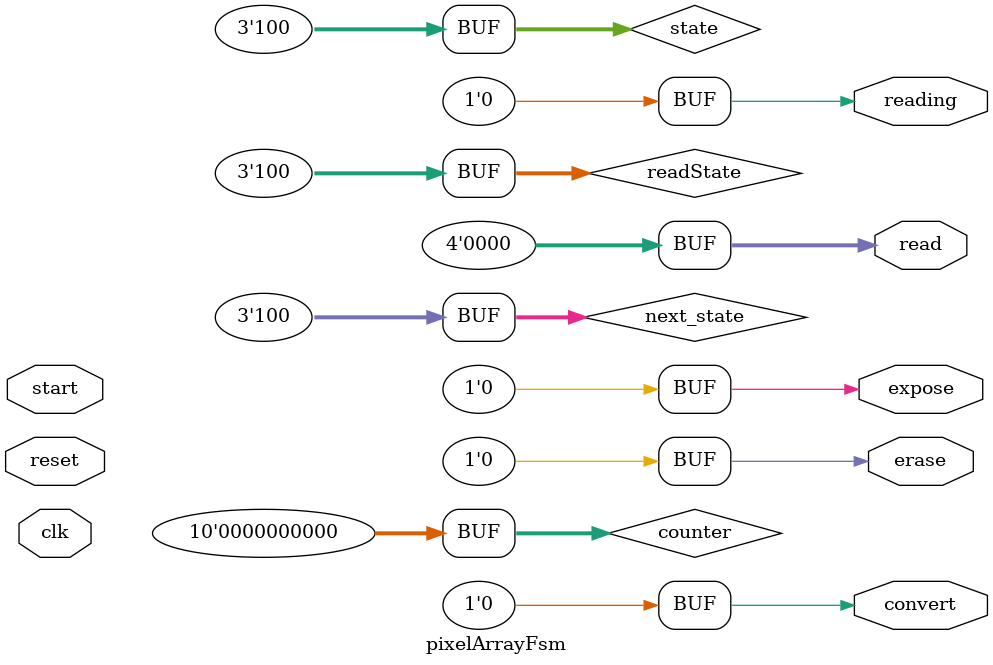
<source format=v>
/* Generated by Yosys 0.9 (git sha1 1979e0b1, gcc 10.3.0-1ubuntu1~20.10 -fPIC -Os) */

(* top =  1  *)
(* src = "FSM.v:3" *)
module pixelArrayFsm(clk, reset, start, erase, expose, read, reading, convert);
  (* src = "FSM.v:4" *)
  input clk;
  (* src = "FSM.v:11" *)
  output convert;
  (* src = "FSM.v:25" *)
  wire [9:0] counter;
  (* src = "FSM.v:7" *)
  output erase;
  (* src = "FSM.v:8" *)
  output expose;
  (* src = "FSM.v:23" *)
  wire [2:0] next_state;
  (* src = "FSM.v:9" *)
  output [3:0] read;
  (* src = "FSM.v:23" *)
  wire [2:0] readState;
  (* src = "FSM.v:10" *)
  output reading;
  (* src = "FSM.v:5" *)
  input reset;
  (* src = "FSM.v:6" *)
  input start;
  (* src = "FSM.v:23" *)
  wire [2:0] state;
  assign convert = 1'h0;
  assign counter = 10'h000;
  assign erase = 1'h0;
  assign expose = 1'h0;
  assign next_state = 3'h4;
  assign read = 4'h0;
  assign readState = 3'h4;
  assign reading = 1'h0;
  assign state = 3'h4;
endmodule

</source>
